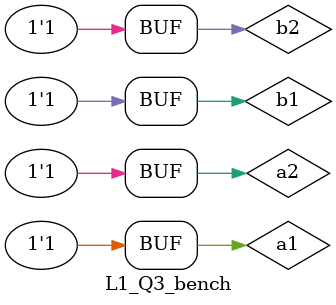
<source format=v>
module L1_Q3_1(input a,b, output y);
reg a1,b1;
wire y1;
nor_gate uut(a,b,y);
endmodule

module L1_Q3_2(input a,b, output y);
reg a1,b1;
wire y1,y2,y3;
not_gate uut1 (a,y1);
not_gate uut2 (b,y2);
and_gate uut3 (y1,y2,y);
endmodule


//testbench
module L1_Q3_bench();
reg a1,b1,a2,b2; 
wire y1,y2; 
L1_Q3_1 dut1 (.a(a1),.b(b1),.y(y1));
L1_Q3_2 dut2 (.a(a2),.b(b2),.y(y2));
initial  
begin
	      a1=1'b0;b1=1'b0;  a2=1'b0;b2=1'b0;
#100    a1=1'b1;b1=1'b0;  a2=1'b1;b2=1'b0; 
#100    a1=1'b0;b1=1'b1;  a2=1'b0;b2=1'b1;
#100    a1=1'b1;b1=1'b1;  a2=1'b1;b2=1'b1;  
end
endmodule

</source>
